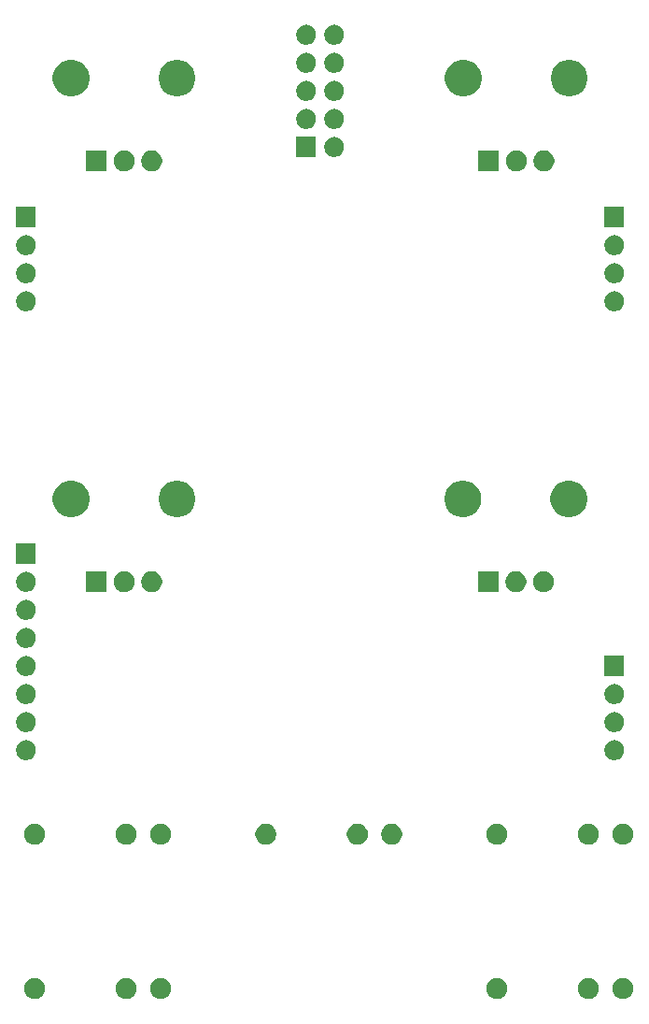
<source format=gbr>
G04 #@! TF.GenerationSoftware,KiCad,Pcbnew,5.1.6-c6e7f7d~87~ubuntu18.04.1*
G04 #@! TF.CreationDate,2020-07-29T19:07:16-04:00*
G04 #@! TF.ProjectId,filter_carrier_board,66696c74-6572-45f6-9361-72726965725f,1*
G04 #@! TF.SameCoordinates,Original*
G04 #@! TF.FileFunction,Soldermask,Top*
G04 #@! TF.FilePolarity,Negative*
%FSLAX46Y46*%
G04 Gerber Fmt 4.6, Leading zero omitted, Abs format (unit mm)*
G04 Created by KiCad (PCBNEW 5.1.6-c6e7f7d~87~ubuntu18.04.1) date 2020-07-29 19:07:16*
%MOMM*%
%LPD*%
G01*
G04 APERTURE LIST*
%ADD10C,0.100000*%
G04 APERTURE END LIST*
D10*
G36*
X114782395Y-140055546D02*
G01*
X114955466Y-140127234D01*
X114955467Y-140127235D01*
X115111227Y-140231310D01*
X115243690Y-140363773D01*
X115243691Y-140363775D01*
X115347766Y-140519534D01*
X115419454Y-140692605D01*
X115456000Y-140876333D01*
X115456000Y-141063667D01*
X115419454Y-141247395D01*
X115347766Y-141420466D01*
X115347765Y-141420467D01*
X115243690Y-141576227D01*
X115111227Y-141708690D01*
X115032818Y-141761081D01*
X114955466Y-141812766D01*
X114782395Y-141884454D01*
X114598667Y-141921000D01*
X114411333Y-141921000D01*
X114227605Y-141884454D01*
X114054534Y-141812766D01*
X113977182Y-141761081D01*
X113898773Y-141708690D01*
X113766310Y-141576227D01*
X113662235Y-141420467D01*
X113662234Y-141420466D01*
X113590546Y-141247395D01*
X113554000Y-141063667D01*
X113554000Y-140876333D01*
X113590546Y-140692605D01*
X113662234Y-140519534D01*
X113766309Y-140363775D01*
X113766310Y-140363773D01*
X113898773Y-140231310D01*
X114054533Y-140127235D01*
X114054534Y-140127234D01*
X114227605Y-140055546D01*
X114411333Y-140019000D01*
X114598667Y-140019000D01*
X114782395Y-140055546D01*
G37*
G36*
X156692395Y-140055546D02*
G01*
X156865466Y-140127234D01*
X156865467Y-140127235D01*
X157021227Y-140231310D01*
X157153690Y-140363773D01*
X157153691Y-140363775D01*
X157257766Y-140519534D01*
X157329454Y-140692605D01*
X157366000Y-140876333D01*
X157366000Y-141063667D01*
X157329454Y-141247395D01*
X157257766Y-141420466D01*
X157257765Y-141420467D01*
X157153690Y-141576227D01*
X157021227Y-141708690D01*
X156942818Y-141761081D01*
X156865466Y-141812766D01*
X156692395Y-141884454D01*
X156508667Y-141921000D01*
X156321333Y-141921000D01*
X156137605Y-141884454D01*
X155964534Y-141812766D01*
X155887182Y-141761081D01*
X155808773Y-141708690D01*
X155676310Y-141576227D01*
X155572235Y-141420467D01*
X155572234Y-141420466D01*
X155500546Y-141247395D01*
X155464000Y-141063667D01*
X155464000Y-140876333D01*
X155500546Y-140692605D01*
X155572234Y-140519534D01*
X155676309Y-140363775D01*
X155676310Y-140363773D01*
X155808773Y-140231310D01*
X155964533Y-140127235D01*
X155964534Y-140127234D01*
X156137605Y-140055546D01*
X156321333Y-140019000D01*
X156508667Y-140019000D01*
X156692395Y-140055546D01*
G37*
G36*
X148392395Y-140055546D02*
G01*
X148565466Y-140127234D01*
X148565467Y-140127235D01*
X148721227Y-140231310D01*
X148853690Y-140363773D01*
X148853691Y-140363775D01*
X148957766Y-140519534D01*
X149029454Y-140692605D01*
X149066000Y-140876333D01*
X149066000Y-141063667D01*
X149029454Y-141247395D01*
X148957766Y-141420466D01*
X148957765Y-141420467D01*
X148853690Y-141576227D01*
X148721227Y-141708690D01*
X148642818Y-141761081D01*
X148565466Y-141812766D01*
X148392395Y-141884454D01*
X148208667Y-141921000D01*
X148021333Y-141921000D01*
X147837605Y-141884454D01*
X147664534Y-141812766D01*
X147587182Y-141761081D01*
X147508773Y-141708690D01*
X147376310Y-141576227D01*
X147272235Y-141420467D01*
X147272234Y-141420466D01*
X147200546Y-141247395D01*
X147164000Y-141063667D01*
X147164000Y-140876333D01*
X147200546Y-140692605D01*
X147272234Y-140519534D01*
X147376309Y-140363775D01*
X147376310Y-140363773D01*
X147508773Y-140231310D01*
X147664533Y-140127235D01*
X147664534Y-140127234D01*
X147837605Y-140055546D01*
X148021333Y-140019000D01*
X148208667Y-140019000D01*
X148392395Y-140055546D01*
G37*
G36*
X159792395Y-140055546D02*
G01*
X159965466Y-140127234D01*
X159965467Y-140127235D01*
X160121227Y-140231310D01*
X160253690Y-140363773D01*
X160253691Y-140363775D01*
X160357766Y-140519534D01*
X160429454Y-140692605D01*
X160466000Y-140876333D01*
X160466000Y-141063667D01*
X160429454Y-141247395D01*
X160357766Y-141420466D01*
X160357765Y-141420467D01*
X160253690Y-141576227D01*
X160121227Y-141708690D01*
X160042818Y-141761081D01*
X159965466Y-141812766D01*
X159792395Y-141884454D01*
X159608667Y-141921000D01*
X159421333Y-141921000D01*
X159237605Y-141884454D01*
X159064534Y-141812766D01*
X158987182Y-141761081D01*
X158908773Y-141708690D01*
X158776310Y-141576227D01*
X158672235Y-141420467D01*
X158672234Y-141420466D01*
X158600546Y-141247395D01*
X158564000Y-141063667D01*
X158564000Y-140876333D01*
X158600546Y-140692605D01*
X158672234Y-140519534D01*
X158776309Y-140363775D01*
X158776310Y-140363773D01*
X158908773Y-140231310D01*
X159064533Y-140127235D01*
X159064534Y-140127234D01*
X159237605Y-140055546D01*
X159421333Y-140019000D01*
X159608667Y-140019000D01*
X159792395Y-140055546D01*
G37*
G36*
X117882395Y-140055546D02*
G01*
X118055466Y-140127234D01*
X118055467Y-140127235D01*
X118211227Y-140231310D01*
X118343690Y-140363773D01*
X118343691Y-140363775D01*
X118447766Y-140519534D01*
X118519454Y-140692605D01*
X118556000Y-140876333D01*
X118556000Y-141063667D01*
X118519454Y-141247395D01*
X118447766Y-141420466D01*
X118447765Y-141420467D01*
X118343690Y-141576227D01*
X118211227Y-141708690D01*
X118132818Y-141761081D01*
X118055466Y-141812766D01*
X117882395Y-141884454D01*
X117698667Y-141921000D01*
X117511333Y-141921000D01*
X117327605Y-141884454D01*
X117154534Y-141812766D01*
X117077182Y-141761081D01*
X116998773Y-141708690D01*
X116866310Y-141576227D01*
X116762235Y-141420467D01*
X116762234Y-141420466D01*
X116690546Y-141247395D01*
X116654000Y-141063667D01*
X116654000Y-140876333D01*
X116690546Y-140692605D01*
X116762234Y-140519534D01*
X116866309Y-140363775D01*
X116866310Y-140363773D01*
X116998773Y-140231310D01*
X117154533Y-140127235D01*
X117154534Y-140127234D01*
X117327605Y-140055546D01*
X117511333Y-140019000D01*
X117698667Y-140019000D01*
X117882395Y-140055546D01*
G37*
G36*
X106482395Y-140055546D02*
G01*
X106655466Y-140127234D01*
X106655467Y-140127235D01*
X106811227Y-140231310D01*
X106943690Y-140363773D01*
X106943691Y-140363775D01*
X107047766Y-140519534D01*
X107119454Y-140692605D01*
X107156000Y-140876333D01*
X107156000Y-141063667D01*
X107119454Y-141247395D01*
X107047766Y-141420466D01*
X107047765Y-141420467D01*
X106943690Y-141576227D01*
X106811227Y-141708690D01*
X106732818Y-141761081D01*
X106655466Y-141812766D01*
X106482395Y-141884454D01*
X106298667Y-141921000D01*
X106111333Y-141921000D01*
X105927605Y-141884454D01*
X105754534Y-141812766D01*
X105677182Y-141761081D01*
X105598773Y-141708690D01*
X105466310Y-141576227D01*
X105362235Y-141420467D01*
X105362234Y-141420466D01*
X105290546Y-141247395D01*
X105254000Y-141063667D01*
X105254000Y-140876333D01*
X105290546Y-140692605D01*
X105362234Y-140519534D01*
X105466309Y-140363775D01*
X105466310Y-140363773D01*
X105598773Y-140231310D01*
X105754533Y-140127235D01*
X105754534Y-140127234D01*
X105927605Y-140055546D01*
X106111333Y-140019000D01*
X106298667Y-140019000D01*
X106482395Y-140055546D01*
G37*
G36*
X148392395Y-126085546D02*
G01*
X148565466Y-126157234D01*
X148565467Y-126157235D01*
X148721227Y-126261310D01*
X148853690Y-126393773D01*
X148853691Y-126393775D01*
X148957766Y-126549534D01*
X149029454Y-126722605D01*
X149066000Y-126906333D01*
X149066000Y-127093667D01*
X149029454Y-127277395D01*
X148957766Y-127450466D01*
X148957765Y-127450467D01*
X148853690Y-127606227D01*
X148721227Y-127738690D01*
X148642818Y-127791081D01*
X148565466Y-127842766D01*
X148392395Y-127914454D01*
X148208667Y-127951000D01*
X148021333Y-127951000D01*
X147837605Y-127914454D01*
X147664534Y-127842766D01*
X147587182Y-127791081D01*
X147508773Y-127738690D01*
X147376310Y-127606227D01*
X147272235Y-127450467D01*
X147272234Y-127450466D01*
X147200546Y-127277395D01*
X147164000Y-127093667D01*
X147164000Y-126906333D01*
X147200546Y-126722605D01*
X147272234Y-126549534D01*
X147376309Y-126393775D01*
X147376310Y-126393773D01*
X147508773Y-126261310D01*
X147664533Y-126157235D01*
X147664534Y-126157234D01*
X147837605Y-126085546D01*
X148021333Y-126049000D01*
X148208667Y-126049000D01*
X148392395Y-126085546D01*
G37*
G36*
X114782395Y-126085546D02*
G01*
X114955466Y-126157234D01*
X114955467Y-126157235D01*
X115111227Y-126261310D01*
X115243690Y-126393773D01*
X115243691Y-126393775D01*
X115347766Y-126549534D01*
X115419454Y-126722605D01*
X115456000Y-126906333D01*
X115456000Y-127093667D01*
X115419454Y-127277395D01*
X115347766Y-127450466D01*
X115347765Y-127450467D01*
X115243690Y-127606227D01*
X115111227Y-127738690D01*
X115032818Y-127791081D01*
X114955466Y-127842766D01*
X114782395Y-127914454D01*
X114598667Y-127951000D01*
X114411333Y-127951000D01*
X114227605Y-127914454D01*
X114054534Y-127842766D01*
X113977182Y-127791081D01*
X113898773Y-127738690D01*
X113766310Y-127606227D01*
X113662235Y-127450467D01*
X113662234Y-127450466D01*
X113590546Y-127277395D01*
X113554000Y-127093667D01*
X113554000Y-126906333D01*
X113590546Y-126722605D01*
X113662234Y-126549534D01*
X113766309Y-126393775D01*
X113766310Y-126393773D01*
X113898773Y-126261310D01*
X114054533Y-126157235D01*
X114054534Y-126157234D01*
X114227605Y-126085546D01*
X114411333Y-126049000D01*
X114598667Y-126049000D01*
X114782395Y-126085546D01*
G37*
G36*
X117882395Y-126085546D02*
G01*
X118055466Y-126157234D01*
X118055467Y-126157235D01*
X118211227Y-126261310D01*
X118343690Y-126393773D01*
X118343691Y-126393775D01*
X118447766Y-126549534D01*
X118519454Y-126722605D01*
X118556000Y-126906333D01*
X118556000Y-127093667D01*
X118519454Y-127277395D01*
X118447766Y-127450466D01*
X118447765Y-127450467D01*
X118343690Y-127606227D01*
X118211227Y-127738690D01*
X118132818Y-127791081D01*
X118055466Y-127842766D01*
X117882395Y-127914454D01*
X117698667Y-127951000D01*
X117511333Y-127951000D01*
X117327605Y-127914454D01*
X117154534Y-127842766D01*
X117077182Y-127791081D01*
X116998773Y-127738690D01*
X116866310Y-127606227D01*
X116762235Y-127450467D01*
X116762234Y-127450466D01*
X116690546Y-127277395D01*
X116654000Y-127093667D01*
X116654000Y-126906333D01*
X116690546Y-126722605D01*
X116762234Y-126549534D01*
X116866309Y-126393775D01*
X116866310Y-126393773D01*
X116998773Y-126261310D01*
X117154533Y-126157235D01*
X117154534Y-126157234D01*
X117327605Y-126085546D01*
X117511333Y-126049000D01*
X117698667Y-126049000D01*
X117882395Y-126085546D01*
G37*
G36*
X106482395Y-126085546D02*
G01*
X106655466Y-126157234D01*
X106655467Y-126157235D01*
X106811227Y-126261310D01*
X106943690Y-126393773D01*
X106943691Y-126393775D01*
X107047766Y-126549534D01*
X107119454Y-126722605D01*
X107156000Y-126906333D01*
X107156000Y-127093667D01*
X107119454Y-127277395D01*
X107047766Y-127450466D01*
X107047765Y-127450467D01*
X106943690Y-127606227D01*
X106811227Y-127738690D01*
X106732818Y-127791081D01*
X106655466Y-127842766D01*
X106482395Y-127914454D01*
X106298667Y-127951000D01*
X106111333Y-127951000D01*
X105927605Y-127914454D01*
X105754534Y-127842766D01*
X105677182Y-127791081D01*
X105598773Y-127738690D01*
X105466310Y-127606227D01*
X105362235Y-127450467D01*
X105362234Y-127450466D01*
X105290546Y-127277395D01*
X105254000Y-127093667D01*
X105254000Y-126906333D01*
X105290546Y-126722605D01*
X105362234Y-126549534D01*
X105466309Y-126393775D01*
X105466310Y-126393773D01*
X105598773Y-126261310D01*
X105754533Y-126157235D01*
X105754534Y-126157234D01*
X105927605Y-126085546D01*
X106111333Y-126049000D01*
X106298667Y-126049000D01*
X106482395Y-126085546D01*
G37*
G36*
X135737395Y-126085546D02*
G01*
X135910466Y-126157234D01*
X135910467Y-126157235D01*
X136066227Y-126261310D01*
X136198690Y-126393773D01*
X136198691Y-126393775D01*
X136302766Y-126549534D01*
X136374454Y-126722605D01*
X136411000Y-126906333D01*
X136411000Y-127093667D01*
X136374454Y-127277395D01*
X136302766Y-127450466D01*
X136302765Y-127450467D01*
X136198690Y-127606227D01*
X136066227Y-127738690D01*
X135987818Y-127791081D01*
X135910466Y-127842766D01*
X135737395Y-127914454D01*
X135553667Y-127951000D01*
X135366333Y-127951000D01*
X135182605Y-127914454D01*
X135009534Y-127842766D01*
X134932182Y-127791081D01*
X134853773Y-127738690D01*
X134721310Y-127606227D01*
X134617235Y-127450467D01*
X134617234Y-127450466D01*
X134545546Y-127277395D01*
X134509000Y-127093667D01*
X134509000Y-126906333D01*
X134545546Y-126722605D01*
X134617234Y-126549534D01*
X134721309Y-126393775D01*
X134721310Y-126393773D01*
X134853773Y-126261310D01*
X135009533Y-126157235D01*
X135009534Y-126157234D01*
X135182605Y-126085546D01*
X135366333Y-126049000D01*
X135553667Y-126049000D01*
X135737395Y-126085546D01*
G37*
G36*
X138837395Y-126085546D02*
G01*
X139010466Y-126157234D01*
X139010467Y-126157235D01*
X139166227Y-126261310D01*
X139298690Y-126393773D01*
X139298691Y-126393775D01*
X139402766Y-126549534D01*
X139474454Y-126722605D01*
X139511000Y-126906333D01*
X139511000Y-127093667D01*
X139474454Y-127277395D01*
X139402766Y-127450466D01*
X139402765Y-127450467D01*
X139298690Y-127606227D01*
X139166227Y-127738690D01*
X139087818Y-127791081D01*
X139010466Y-127842766D01*
X138837395Y-127914454D01*
X138653667Y-127951000D01*
X138466333Y-127951000D01*
X138282605Y-127914454D01*
X138109534Y-127842766D01*
X138032182Y-127791081D01*
X137953773Y-127738690D01*
X137821310Y-127606227D01*
X137717235Y-127450467D01*
X137717234Y-127450466D01*
X137645546Y-127277395D01*
X137609000Y-127093667D01*
X137609000Y-126906333D01*
X137645546Y-126722605D01*
X137717234Y-126549534D01*
X137821309Y-126393775D01*
X137821310Y-126393773D01*
X137953773Y-126261310D01*
X138109533Y-126157235D01*
X138109534Y-126157234D01*
X138282605Y-126085546D01*
X138466333Y-126049000D01*
X138653667Y-126049000D01*
X138837395Y-126085546D01*
G37*
G36*
X127437395Y-126085546D02*
G01*
X127610466Y-126157234D01*
X127610467Y-126157235D01*
X127766227Y-126261310D01*
X127898690Y-126393773D01*
X127898691Y-126393775D01*
X128002766Y-126549534D01*
X128074454Y-126722605D01*
X128111000Y-126906333D01*
X128111000Y-127093667D01*
X128074454Y-127277395D01*
X128002766Y-127450466D01*
X128002765Y-127450467D01*
X127898690Y-127606227D01*
X127766227Y-127738690D01*
X127687818Y-127791081D01*
X127610466Y-127842766D01*
X127437395Y-127914454D01*
X127253667Y-127951000D01*
X127066333Y-127951000D01*
X126882605Y-127914454D01*
X126709534Y-127842766D01*
X126632182Y-127791081D01*
X126553773Y-127738690D01*
X126421310Y-127606227D01*
X126317235Y-127450467D01*
X126317234Y-127450466D01*
X126245546Y-127277395D01*
X126209000Y-127093667D01*
X126209000Y-126906333D01*
X126245546Y-126722605D01*
X126317234Y-126549534D01*
X126421309Y-126393775D01*
X126421310Y-126393773D01*
X126553773Y-126261310D01*
X126709533Y-126157235D01*
X126709534Y-126157234D01*
X126882605Y-126085546D01*
X127066333Y-126049000D01*
X127253667Y-126049000D01*
X127437395Y-126085546D01*
G37*
G36*
X156692395Y-126085546D02*
G01*
X156865466Y-126157234D01*
X156865467Y-126157235D01*
X157021227Y-126261310D01*
X157153690Y-126393773D01*
X157153691Y-126393775D01*
X157257766Y-126549534D01*
X157329454Y-126722605D01*
X157366000Y-126906333D01*
X157366000Y-127093667D01*
X157329454Y-127277395D01*
X157257766Y-127450466D01*
X157257765Y-127450467D01*
X157153690Y-127606227D01*
X157021227Y-127738690D01*
X156942818Y-127791081D01*
X156865466Y-127842766D01*
X156692395Y-127914454D01*
X156508667Y-127951000D01*
X156321333Y-127951000D01*
X156137605Y-127914454D01*
X155964534Y-127842766D01*
X155887182Y-127791081D01*
X155808773Y-127738690D01*
X155676310Y-127606227D01*
X155572235Y-127450467D01*
X155572234Y-127450466D01*
X155500546Y-127277395D01*
X155464000Y-127093667D01*
X155464000Y-126906333D01*
X155500546Y-126722605D01*
X155572234Y-126549534D01*
X155676309Y-126393775D01*
X155676310Y-126393773D01*
X155808773Y-126261310D01*
X155964533Y-126157235D01*
X155964534Y-126157234D01*
X156137605Y-126085546D01*
X156321333Y-126049000D01*
X156508667Y-126049000D01*
X156692395Y-126085546D01*
G37*
G36*
X159792395Y-126085546D02*
G01*
X159965466Y-126157234D01*
X159965467Y-126157235D01*
X160121227Y-126261310D01*
X160253690Y-126393773D01*
X160253691Y-126393775D01*
X160357766Y-126549534D01*
X160429454Y-126722605D01*
X160466000Y-126906333D01*
X160466000Y-127093667D01*
X160429454Y-127277395D01*
X160357766Y-127450466D01*
X160357765Y-127450467D01*
X160253690Y-127606227D01*
X160121227Y-127738690D01*
X160042818Y-127791081D01*
X159965466Y-127842766D01*
X159792395Y-127914454D01*
X159608667Y-127951000D01*
X159421333Y-127951000D01*
X159237605Y-127914454D01*
X159064534Y-127842766D01*
X158987182Y-127791081D01*
X158908773Y-127738690D01*
X158776310Y-127606227D01*
X158672235Y-127450467D01*
X158672234Y-127450466D01*
X158600546Y-127277395D01*
X158564000Y-127093667D01*
X158564000Y-126906333D01*
X158600546Y-126722605D01*
X158672234Y-126549534D01*
X158776309Y-126393775D01*
X158776310Y-126393773D01*
X158908773Y-126261310D01*
X159064533Y-126157235D01*
X159064534Y-126157234D01*
X159237605Y-126085546D01*
X159421333Y-126049000D01*
X159608667Y-126049000D01*
X159792395Y-126085546D01*
G37*
G36*
X105523512Y-118483927D02*
G01*
X105672812Y-118513624D01*
X105836784Y-118581544D01*
X105984354Y-118680147D01*
X106109853Y-118805646D01*
X106208456Y-118953216D01*
X106276376Y-119117188D01*
X106311000Y-119291259D01*
X106311000Y-119468741D01*
X106276376Y-119642812D01*
X106208456Y-119806784D01*
X106109853Y-119954354D01*
X105984354Y-120079853D01*
X105836784Y-120178456D01*
X105672812Y-120246376D01*
X105523512Y-120276073D01*
X105498742Y-120281000D01*
X105321258Y-120281000D01*
X105296488Y-120276073D01*
X105147188Y-120246376D01*
X104983216Y-120178456D01*
X104835646Y-120079853D01*
X104710147Y-119954354D01*
X104611544Y-119806784D01*
X104543624Y-119642812D01*
X104509000Y-119468741D01*
X104509000Y-119291259D01*
X104543624Y-119117188D01*
X104611544Y-118953216D01*
X104710147Y-118805646D01*
X104835646Y-118680147D01*
X104983216Y-118581544D01*
X105147188Y-118513624D01*
X105296488Y-118483927D01*
X105321258Y-118479000D01*
X105498742Y-118479000D01*
X105523512Y-118483927D01*
G37*
G36*
X158863512Y-118483927D02*
G01*
X159012812Y-118513624D01*
X159176784Y-118581544D01*
X159324354Y-118680147D01*
X159449853Y-118805646D01*
X159548456Y-118953216D01*
X159616376Y-119117188D01*
X159651000Y-119291259D01*
X159651000Y-119468741D01*
X159616376Y-119642812D01*
X159548456Y-119806784D01*
X159449853Y-119954354D01*
X159324354Y-120079853D01*
X159176784Y-120178456D01*
X159012812Y-120246376D01*
X158863512Y-120276073D01*
X158838742Y-120281000D01*
X158661258Y-120281000D01*
X158636488Y-120276073D01*
X158487188Y-120246376D01*
X158323216Y-120178456D01*
X158175646Y-120079853D01*
X158050147Y-119954354D01*
X157951544Y-119806784D01*
X157883624Y-119642812D01*
X157849000Y-119468741D01*
X157849000Y-119291259D01*
X157883624Y-119117188D01*
X157951544Y-118953216D01*
X158050147Y-118805646D01*
X158175646Y-118680147D01*
X158323216Y-118581544D01*
X158487188Y-118513624D01*
X158636488Y-118483927D01*
X158661258Y-118479000D01*
X158838742Y-118479000D01*
X158863512Y-118483927D01*
G37*
G36*
X158863512Y-115943927D02*
G01*
X159012812Y-115973624D01*
X159176784Y-116041544D01*
X159324354Y-116140147D01*
X159449853Y-116265646D01*
X159548456Y-116413216D01*
X159616376Y-116577188D01*
X159651000Y-116751259D01*
X159651000Y-116928741D01*
X159616376Y-117102812D01*
X159548456Y-117266784D01*
X159449853Y-117414354D01*
X159324354Y-117539853D01*
X159176784Y-117638456D01*
X159012812Y-117706376D01*
X158863512Y-117736073D01*
X158838742Y-117741000D01*
X158661258Y-117741000D01*
X158636488Y-117736073D01*
X158487188Y-117706376D01*
X158323216Y-117638456D01*
X158175646Y-117539853D01*
X158050147Y-117414354D01*
X157951544Y-117266784D01*
X157883624Y-117102812D01*
X157849000Y-116928741D01*
X157849000Y-116751259D01*
X157883624Y-116577188D01*
X157951544Y-116413216D01*
X158050147Y-116265646D01*
X158175646Y-116140147D01*
X158323216Y-116041544D01*
X158487188Y-115973624D01*
X158636488Y-115943927D01*
X158661258Y-115939000D01*
X158838742Y-115939000D01*
X158863512Y-115943927D01*
G37*
G36*
X105523512Y-115943927D02*
G01*
X105672812Y-115973624D01*
X105836784Y-116041544D01*
X105984354Y-116140147D01*
X106109853Y-116265646D01*
X106208456Y-116413216D01*
X106276376Y-116577188D01*
X106311000Y-116751259D01*
X106311000Y-116928741D01*
X106276376Y-117102812D01*
X106208456Y-117266784D01*
X106109853Y-117414354D01*
X105984354Y-117539853D01*
X105836784Y-117638456D01*
X105672812Y-117706376D01*
X105523512Y-117736073D01*
X105498742Y-117741000D01*
X105321258Y-117741000D01*
X105296488Y-117736073D01*
X105147188Y-117706376D01*
X104983216Y-117638456D01*
X104835646Y-117539853D01*
X104710147Y-117414354D01*
X104611544Y-117266784D01*
X104543624Y-117102812D01*
X104509000Y-116928741D01*
X104509000Y-116751259D01*
X104543624Y-116577188D01*
X104611544Y-116413216D01*
X104710147Y-116265646D01*
X104835646Y-116140147D01*
X104983216Y-116041544D01*
X105147188Y-115973624D01*
X105296488Y-115943927D01*
X105321258Y-115939000D01*
X105498742Y-115939000D01*
X105523512Y-115943927D01*
G37*
G36*
X105523512Y-113403927D02*
G01*
X105672812Y-113433624D01*
X105836784Y-113501544D01*
X105984354Y-113600147D01*
X106109853Y-113725646D01*
X106208456Y-113873216D01*
X106276376Y-114037188D01*
X106311000Y-114211259D01*
X106311000Y-114388741D01*
X106276376Y-114562812D01*
X106208456Y-114726784D01*
X106109853Y-114874354D01*
X105984354Y-114999853D01*
X105836784Y-115098456D01*
X105672812Y-115166376D01*
X105523512Y-115196073D01*
X105498742Y-115201000D01*
X105321258Y-115201000D01*
X105296488Y-115196073D01*
X105147188Y-115166376D01*
X104983216Y-115098456D01*
X104835646Y-114999853D01*
X104710147Y-114874354D01*
X104611544Y-114726784D01*
X104543624Y-114562812D01*
X104509000Y-114388741D01*
X104509000Y-114211259D01*
X104543624Y-114037188D01*
X104611544Y-113873216D01*
X104710147Y-113725646D01*
X104835646Y-113600147D01*
X104983216Y-113501544D01*
X105147188Y-113433624D01*
X105296488Y-113403927D01*
X105321258Y-113399000D01*
X105498742Y-113399000D01*
X105523512Y-113403927D01*
G37*
G36*
X158863512Y-113403927D02*
G01*
X159012812Y-113433624D01*
X159176784Y-113501544D01*
X159324354Y-113600147D01*
X159449853Y-113725646D01*
X159548456Y-113873216D01*
X159616376Y-114037188D01*
X159651000Y-114211259D01*
X159651000Y-114388741D01*
X159616376Y-114562812D01*
X159548456Y-114726784D01*
X159449853Y-114874354D01*
X159324354Y-114999853D01*
X159176784Y-115098456D01*
X159012812Y-115166376D01*
X158863512Y-115196073D01*
X158838742Y-115201000D01*
X158661258Y-115201000D01*
X158636488Y-115196073D01*
X158487188Y-115166376D01*
X158323216Y-115098456D01*
X158175646Y-114999853D01*
X158050147Y-114874354D01*
X157951544Y-114726784D01*
X157883624Y-114562812D01*
X157849000Y-114388741D01*
X157849000Y-114211259D01*
X157883624Y-114037188D01*
X157951544Y-113873216D01*
X158050147Y-113725646D01*
X158175646Y-113600147D01*
X158323216Y-113501544D01*
X158487188Y-113433624D01*
X158636488Y-113403927D01*
X158661258Y-113399000D01*
X158838742Y-113399000D01*
X158863512Y-113403927D01*
G37*
G36*
X105523512Y-110863927D02*
G01*
X105672812Y-110893624D01*
X105836784Y-110961544D01*
X105984354Y-111060147D01*
X106109853Y-111185646D01*
X106208456Y-111333216D01*
X106276376Y-111497188D01*
X106311000Y-111671259D01*
X106311000Y-111848741D01*
X106276376Y-112022812D01*
X106208456Y-112186784D01*
X106109853Y-112334354D01*
X105984354Y-112459853D01*
X105836784Y-112558456D01*
X105672812Y-112626376D01*
X105523512Y-112656073D01*
X105498742Y-112661000D01*
X105321258Y-112661000D01*
X105296488Y-112656073D01*
X105147188Y-112626376D01*
X104983216Y-112558456D01*
X104835646Y-112459853D01*
X104710147Y-112334354D01*
X104611544Y-112186784D01*
X104543624Y-112022812D01*
X104509000Y-111848741D01*
X104509000Y-111671259D01*
X104543624Y-111497188D01*
X104611544Y-111333216D01*
X104710147Y-111185646D01*
X104835646Y-111060147D01*
X104983216Y-110961544D01*
X105147188Y-110893624D01*
X105296488Y-110863927D01*
X105321258Y-110859000D01*
X105498742Y-110859000D01*
X105523512Y-110863927D01*
G37*
G36*
X159651000Y-112661000D02*
G01*
X157849000Y-112661000D01*
X157849000Y-110859000D01*
X159651000Y-110859000D01*
X159651000Y-112661000D01*
G37*
G36*
X105523512Y-108323927D02*
G01*
X105672812Y-108353624D01*
X105836784Y-108421544D01*
X105984354Y-108520147D01*
X106109853Y-108645646D01*
X106208456Y-108793216D01*
X106276376Y-108957188D01*
X106311000Y-109131259D01*
X106311000Y-109308741D01*
X106276376Y-109482812D01*
X106208456Y-109646784D01*
X106109853Y-109794354D01*
X105984354Y-109919853D01*
X105836784Y-110018456D01*
X105672812Y-110086376D01*
X105523512Y-110116073D01*
X105498742Y-110121000D01*
X105321258Y-110121000D01*
X105296488Y-110116073D01*
X105147188Y-110086376D01*
X104983216Y-110018456D01*
X104835646Y-109919853D01*
X104710147Y-109794354D01*
X104611544Y-109646784D01*
X104543624Y-109482812D01*
X104509000Y-109308741D01*
X104509000Y-109131259D01*
X104543624Y-108957188D01*
X104611544Y-108793216D01*
X104710147Y-108645646D01*
X104835646Y-108520147D01*
X104983216Y-108421544D01*
X105147188Y-108353624D01*
X105296488Y-108323927D01*
X105321258Y-108319000D01*
X105498742Y-108319000D01*
X105523512Y-108323927D01*
G37*
G36*
X105523512Y-105783927D02*
G01*
X105672812Y-105813624D01*
X105836784Y-105881544D01*
X105984354Y-105980147D01*
X106109853Y-106105646D01*
X106208456Y-106253216D01*
X106276376Y-106417188D01*
X106311000Y-106591259D01*
X106311000Y-106768741D01*
X106276376Y-106942812D01*
X106208456Y-107106784D01*
X106109853Y-107254354D01*
X105984354Y-107379853D01*
X105836784Y-107478456D01*
X105672812Y-107546376D01*
X105523512Y-107576073D01*
X105498742Y-107581000D01*
X105321258Y-107581000D01*
X105296488Y-107576073D01*
X105147188Y-107546376D01*
X104983216Y-107478456D01*
X104835646Y-107379853D01*
X104710147Y-107254354D01*
X104611544Y-107106784D01*
X104543624Y-106942812D01*
X104509000Y-106768741D01*
X104509000Y-106591259D01*
X104543624Y-106417188D01*
X104611544Y-106253216D01*
X104710147Y-106105646D01*
X104835646Y-105980147D01*
X104983216Y-105881544D01*
X105147188Y-105813624D01*
X105296488Y-105783927D01*
X105321258Y-105779000D01*
X105498742Y-105779000D01*
X105523512Y-105783927D01*
G37*
G36*
X117077395Y-103225546D02*
G01*
X117250466Y-103297234D01*
X117250467Y-103297235D01*
X117406227Y-103401310D01*
X117538690Y-103533773D01*
X117538691Y-103533775D01*
X117642766Y-103689534D01*
X117714454Y-103862605D01*
X117751000Y-104046333D01*
X117751000Y-104233667D01*
X117714454Y-104417395D01*
X117642766Y-104590466D01*
X117642765Y-104590467D01*
X117538690Y-104746227D01*
X117406227Y-104878690D01*
X117327818Y-104931081D01*
X117250466Y-104982766D01*
X117077395Y-105054454D01*
X116893667Y-105091000D01*
X116706333Y-105091000D01*
X116522605Y-105054454D01*
X116349534Y-104982766D01*
X116272182Y-104931081D01*
X116193773Y-104878690D01*
X116061310Y-104746227D01*
X115957235Y-104590467D01*
X115957234Y-104590466D01*
X115885546Y-104417395D01*
X115849000Y-104233667D01*
X115849000Y-104046333D01*
X115885546Y-103862605D01*
X115957234Y-103689534D01*
X116061309Y-103533775D01*
X116061310Y-103533773D01*
X116193773Y-103401310D01*
X116349533Y-103297235D01*
X116349534Y-103297234D01*
X116522605Y-103225546D01*
X116706333Y-103189000D01*
X116893667Y-103189000D01*
X117077395Y-103225546D01*
G37*
G36*
X148271000Y-105091000D02*
G01*
X146369000Y-105091000D01*
X146369000Y-103189000D01*
X148271000Y-103189000D01*
X148271000Y-105091000D01*
G37*
G36*
X150097395Y-103225546D02*
G01*
X150270466Y-103297234D01*
X150270467Y-103297235D01*
X150426227Y-103401310D01*
X150558690Y-103533773D01*
X150558691Y-103533775D01*
X150662766Y-103689534D01*
X150734454Y-103862605D01*
X150771000Y-104046333D01*
X150771000Y-104233667D01*
X150734454Y-104417395D01*
X150662766Y-104590466D01*
X150662765Y-104590467D01*
X150558690Y-104746227D01*
X150426227Y-104878690D01*
X150347818Y-104931081D01*
X150270466Y-104982766D01*
X150097395Y-105054454D01*
X149913667Y-105091000D01*
X149726333Y-105091000D01*
X149542605Y-105054454D01*
X149369534Y-104982766D01*
X149292182Y-104931081D01*
X149213773Y-104878690D01*
X149081310Y-104746227D01*
X148977235Y-104590467D01*
X148977234Y-104590466D01*
X148905546Y-104417395D01*
X148869000Y-104233667D01*
X148869000Y-104046333D01*
X148905546Y-103862605D01*
X148977234Y-103689534D01*
X149081309Y-103533775D01*
X149081310Y-103533773D01*
X149213773Y-103401310D01*
X149369533Y-103297235D01*
X149369534Y-103297234D01*
X149542605Y-103225546D01*
X149726333Y-103189000D01*
X149913667Y-103189000D01*
X150097395Y-103225546D01*
G37*
G36*
X152597395Y-103225546D02*
G01*
X152770466Y-103297234D01*
X152770467Y-103297235D01*
X152926227Y-103401310D01*
X153058690Y-103533773D01*
X153058691Y-103533775D01*
X153162766Y-103689534D01*
X153234454Y-103862605D01*
X153271000Y-104046333D01*
X153271000Y-104233667D01*
X153234454Y-104417395D01*
X153162766Y-104590466D01*
X153162765Y-104590467D01*
X153058690Y-104746227D01*
X152926227Y-104878690D01*
X152847818Y-104931081D01*
X152770466Y-104982766D01*
X152597395Y-105054454D01*
X152413667Y-105091000D01*
X152226333Y-105091000D01*
X152042605Y-105054454D01*
X151869534Y-104982766D01*
X151792182Y-104931081D01*
X151713773Y-104878690D01*
X151581310Y-104746227D01*
X151477235Y-104590467D01*
X151477234Y-104590466D01*
X151405546Y-104417395D01*
X151369000Y-104233667D01*
X151369000Y-104046333D01*
X151405546Y-103862605D01*
X151477234Y-103689534D01*
X151581309Y-103533775D01*
X151581310Y-103533773D01*
X151713773Y-103401310D01*
X151869533Y-103297235D01*
X151869534Y-103297234D01*
X152042605Y-103225546D01*
X152226333Y-103189000D01*
X152413667Y-103189000D01*
X152597395Y-103225546D01*
G37*
G36*
X114577395Y-103225546D02*
G01*
X114750466Y-103297234D01*
X114750467Y-103297235D01*
X114906227Y-103401310D01*
X115038690Y-103533773D01*
X115038691Y-103533775D01*
X115142766Y-103689534D01*
X115214454Y-103862605D01*
X115251000Y-104046333D01*
X115251000Y-104233667D01*
X115214454Y-104417395D01*
X115142766Y-104590466D01*
X115142765Y-104590467D01*
X115038690Y-104746227D01*
X114906227Y-104878690D01*
X114827818Y-104931081D01*
X114750466Y-104982766D01*
X114577395Y-105054454D01*
X114393667Y-105091000D01*
X114206333Y-105091000D01*
X114022605Y-105054454D01*
X113849534Y-104982766D01*
X113772182Y-104931081D01*
X113693773Y-104878690D01*
X113561310Y-104746227D01*
X113457235Y-104590467D01*
X113457234Y-104590466D01*
X113385546Y-104417395D01*
X113349000Y-104233667D01*
X113349000Y-104046333D01*
X113385546Y-103862605D01*
X113457234Y-103689534D01*
X113561309Y-103533775D01*
X113561310Y-103533773D01*
X113693773Y-103401310D01*
X113849533Y-103297235D01*
X113849534Y-103297234D01*
X114022605Y-103225546D01*
X114206333Y-103189000D01*
X114393667Y-103189000D01*
X114577395Y-103225546D01*
G37*
G36*
X112751000Y-105091000D02*
G01*
X110849000Y-105091000D01*
X110849000Y-103189000D01*
X112751000Y-103189000D01*
X112751000Y-105091000D01*
G37*
G36*
X105523512Y-103243927D02*
G01*
X105672812Y-103273624D01*
X105836784Y-103341544D01*
X105984354Y-103440147D01*
X106109853Y-103565646D01*
X106208456Y-103713216D01*
X106276376Y-103877188D01*
X106311000Y-104051259D01*
X106311000Y-104228741D01*
X106276376Y-104402812D01*
X106208456Y-104566784D01*
X106109853Y-104714354D01*
X105984354Y-104839853D01*
X105836784Y-104938456D01*
X105672812Y-105006376D01*
X105523512Y-105036073D01*
X105498742Y-105041000D01*
X105321258Y-105041000D01*
X105296488Y-105036073D01*
X105147188Y-105006376D01*
X104983216Y-104938456D01*
X104835646Y-104839853D01*
X104710147Y-104714354D01*
X104611544Y-104566784D01*
X104543624Y-104402812D01*
X104509000Y-104228741D01*
X104509000Y-104051259D01*
X104543624Y-103877188D01*
X104611544Y-103713216D01*
X104710147Y-103565646D01*
X104835646Y-103440147D01*
X104983216Y-103341544D01*
X105147188Y-103273624D01*
X105296488Y-103243927D01*
X105321258Y-103239000D01*
X105498742Y-103239000D01*
X105523512Y-103243927D01*
G37*
G36*
X106311000Y-102501000D02*
G01*
X104509000Y-102501000D01*
X104509000Y-100699000D01*
X106311000Y-100699000D01*
X106311000Y-102501000D01*
G37*
G36*
X109987412Y-95033215D02*
G01*
X110291514Y-95159178D01*
X110565199Y-95342049D01*
X110797951Y-95574801D01*
X110980822Y-95848486D01*
X111106785Y-96152588D01*
X111171000Y-96475420D01*
X111171000Y-96804580D01*
X111106785Y-97127412D01*
X110980822Y-97431514D01*
X110797951Y-97705199D01*
X110565199Y-97937951D01*
X110291514Y-98120822D01*
X109987412Y-98246785D01*
X109664580Y-98311000D01*
X109335420Y-98311000D01*
X109012588Y-98246785D01*
X108708486Y-98120822D01*
X108434801Y-97937951D01*
X108202049Y-97705199D01*
X108019178Y-97431514D01*
X107893215Y-97127412D01*
X107829000Y-96804580D01*
X107829000Y-96475420D01*
X107893215Y-96152588D01*
X108019178Y-95848486D01*
X108202049Y-95574801D01*
X108434801Y-95342049D01*
X108708486Y-95159178D01*
X109012588Y-95033215D01*
X109335420Y-94969000D01*
X109664580Y-94969000D01*
X109987412Y-95033215D01*
G37*
G36*
X145507412Y-95033215D02*
G01*
X145811514Y-95159178D01*
X146085199Y-95342049D01*
X146317951Y-95574801D01*
X146500822Y-95848486D01*
X146626785Y-96152588D01*
X146691000Y-96475420D01*
X146691000Y-96804580D01*
X146626785Y-97127412D01*
X146500822Y-97431514D01*
X146317951Y-97705199D01*
X146085199Y-97937951D01*
X145811514Y-98120822D01*
X145507412Y-98246785D01*
X145184580Y-98311000D01*
X144855420Y-98311000D01*
X144532588Y-98246785D01*
X144228486Y-98120822D01*
X143954801Y-97937951D01*
X143722049Y-97705199D01*
X143539178Y-97431514D01*
X143413215Y-97127412D01*
X143349000Y-96804580D01*
X143349000Y-96475420D01*
X143413215Y-96152588D01*
X143539178Y-95848486D01*
X143722049Y-95574801D01*
X143954801Y-95342049D01*
X144228486Y-95159178D01*
X144532588Y-95033215D01*
X144855420Y-94969000D01*
X145184580Y-94969000D01*
X145507412Y-95033215D01*
G37*
G36*
X155107412Y-95033215D02*
G01*
X155411514Y-95159178D01*
X155685199Y-95342049D01*
X155917951Y-95574801D01*
X156100822Y-95848486D01*
X156226785Y-96152588D01*
X156291000Y-96475420D01*
X156291000Y-96804580D01*
X156226785Y-97127412D01*
X156100822Y-97431514D01*
X155917951Y-97705199D01*
X155685199Y-97937951D01*
X155411514Y-98120822D01*
X155107412Y-98246785D01*
X154784580Y-98311000D01*
X154455420Y-98311000D01*
X154132588Y-98246785D01*
X153828486Y-98120822D01*
X153554801Y-97937951D01*
X153322049Y-97705199D01*
X153139178Y-97431514D01*
X153013215Y-97127412D01*
X152949000Y-96804580D01*
X152949000Y-96475420D01*
X153013215Y-96152588D01*
X153139178Y-95848486D01*
X153322049Y-95574801D01*
X153554801Y-95342049D01*
X153828486Y-95159178D01*
X154132588Y-95033215D01*
X154455420Y-94969000D01*
X154784580Y-94969000D01*
X155107412Y-95033215D01*
G37*
G36*
X119587412Y-95033215D02*
G01*
X119891514Y-95159178D01*
X120165199Y-95342049D01*
X120397951Y-95574801D01*
X120580822Y-95848486D01*
X120706785Y-96152588D01*
X120771000Y-96475420D01*
X120771000Y-96804580D01*
X120706785Y-97127412D01*
X120580822Y-97431514D01*
X120397951Y-97705199D01*
X120165199Y-97937951D01*
X119891514Y-98120822D01*
X119587412Y-98246785D01*
X119264580Y-98311000D01*
X118935420Y-98311000D01*
X118612588Y-98246785D01*
X118308486Y-98120822D01*
X118034801Y-97937951D01*
X117802049Y-97705199D01*
X117619178Y-97431514D01*
X117493215Y-97127412D01*
X117429000Y-96804580D01*
X117429000Y-96475420D01*
X117493215Y-96152588D01*
X117619178Y-95848486D01*
X117802049Y-95574801D01*
X118034801Y-95342049D01*
X118308486Y-95159178D01*
X118612588Y-95033215D01*
X118935420Y-94969000D01*
X119264580Y-94969000D01*
X119587412Y-95033215D01*
G37*
G36*
X158863512Y-77843927D02*
G01*
X159012812Y-77873624D01*
X159176784Y-77941544D01*
X159324354Y-78040147D01*
X159449853Y-78165646D01*
X159548456Y-78313216D01*
X159616376Y-78477188D01*
X159651000Y-78651259D01*
X159651000Y-78828741D01*
X159616376Y-79002812D01*
X159548456Y-79166784D01*
X159449853Y-79314354D01*
X159324354Y-79439853D01*
X159176784Y-79538456D01*
X159012812Y-79606376D01*
X158863512Y-79636073D01*
X158838742Y-79641000D01*
X158661258Y-79641000D01*
X158636488Y-79636073D01*
X158487188Y-79606376D01*
X158323216Y-79538456D01*
X158175646Y-79439853D01*
X158050147Y-79314354D01*
X157951544Y-79166784D01*
X157883624Y-79002812D01*
X157849000Y-78828741D01*
X157849000Y-78651259D01*
X157883624Y-78477188D01*
X157951544Y-78313216D01*
X158050147Y-78165646D01*
X158175646Y-78040147D01*
X158323216Y-77941544D01*
X158487188Y-77873624D01*
X158636488Y-77843927D01*
X158661258Y-77839000D01*
X158838742Y-77839000D01*
X158863512Y-77843927D01*
G37*
G36*
X105523512Y-77843927D02*
G01*
X105672812Y-77873624D01*
X105836784Y-77941544D01*
X105984354Y-78040147D01*
X106109853Y-78165646D01*
X106208456Y-78313216D01*
X106276376Y-78477188D01*
X106311000Y-78651259D01*
X106311000Y-78828741D01*
X106276376Y-79002812D01*
X106208456Y-79166784D01*
X106109853Y-79314354D01*
X105984354Y-79439853D01*
X105836784Y-79538456D01*
X105672812Y-79606376D01*
X105523512Y-79636073D01*
X105498742Y-79641000D01*
X105321258Y-79641000D01*
X105296488Y-79636073D01*
X105147188Y-79606376D01*
X104983216Y-79538456D01*
X104835646Y-79439853D01*
X104710147Y-79314354D01*
X104611544Y-79166784D01*
X104543624Y-79002812D01*
X104509000Y-78828741D01*
X104509000Y-78651259D01*
X104543624Y-78477188D01*
X104611544Y-78313216D01*
X104710147Y-78165646D01*
X104835646Y-78040147D01*
X104983216Y-77941544D01*
X105147188Y-77873624D01*
X105296488Y-77843927D01*
X105321258Y-77839000D01*
X105498742Y-77839000D01*
X105523512Y-77843927D01*
G37*
G36*
X158863512Y-75303927D02*
G01*
X159012812Y-75333624D01*
X159176784Y-75401544D01*
X159324354Y-75500147D01*
X159449853Y-75625646D01*
X159548456Y-75773216D01*
X159616376Y-75937188D01*
X159651000Y-76111259D01*
X159651000Y-76288741D01*
X159616376Y-76462812D01*
X159548456Y-76626784D01*
X159449853Y-76774354D01*
X159324354Y-76899853D01*
X159176784Y-76998456D01*
X159012812Y-77066376D01*
X158863512Y-77096073D01*
X158838742Y-77101000D01*
X158661258Y-77101000D01*
X158636488Y-77096073D01*
X158487188Y-77066376D01*
X158323216Y-76998456D01*
X158175646Y-76899853D01*
X158050147Y-76774354D01*
X157951544Y-76626784D01*
X157883624Y-76462812D01*
X157849000Y-76288741D01*
X157849000Y-76111259D01*
X157883624Y-75937188D01*
X157951544Y-75773216D01*
X158050147Y-75625646D01*
X158175646Y-75500147D01*
X158323216Y-75401544D01*
X158487188Y-75333624D01*
X158636488Y-75303927D01*
X158661258Y-75299000D01*
X158838742Y-75299000D01*
X158863512Y-75303927D01*
G37*
G36*
X105523512Y-75303927D02*
G01*
X105672812Y-75333624D01*
X105836784Y-75401544D01*
X105984354Y-75500147D01*
X106109853Y-75625646D01*
X106208456Y-75773216D01*
X106276376Y-75937188D01*
X106311000Y-76111259D01*
X106311000Y-76288741D01*
X106276376Y-76462812D01*
X106208456Y-76626784D01*
X106109853Y-76774354D01*
X105984354Y-76899853D01*
X105836784Y-76998456D01*
X105672812Y-77066376D01*
X105523512Y-77096073D01*
X105498742Y-77101000D01*
X105321258Y-77101000D01*
X105296488Y-77096073D01*
X105147188Y-77066376D01*
X104983216Y-76998456D01*
X104835646Y-76899853D01*
X104710147Y-76774354D01*
X104611544Y-76626784D01*
X104543624Y-76462812D01*
X104509000Y-76288741D01*
X104509000Y-76111259D01*
X104543624Y-75937188D01*
X104611544Y-75773216D01*
X104710147Y-75625646D01*
X104835646Y-75500147D01*
X104983216Y-75401544D01*
X105147188Y-75333624D01*
X105296488Y-75303927D01*
X105321258Y-75299000D01*
X105498742Y-75299000D01*
X105523512Y-75303927D01*
G37*
G36*
X158863512Y-72763927D02*
G01*
X159012812Y-72793624D01*
X159176784Y-72861544D01*
X159324354Y-72960147D01*
X159449853Y-73085646D01*
X159548456Y-73233216D01*
X159616376Y-73397188D01*
X159651000Y-73571259D01*
X159651000Y-73748741D01*
X159616376Y-73922812D01*
X159548456Y-74086784D01*
X159449853Y-74234354D01*
X159324354Y-74359853D01*
X159176784Y-74458456D01*
X159012812Y-74526376D01*
X158863512Y-74556073D01*
X158838742Y-74561000D01*
X158661258Y-74561000D01*
X158636488Y-74556073D01*
X158487188Y-74526376D01*
X158323216Y-74458456D01*
X158175646Y-74359853D01*
X158050147Y-74234354D01*
X157951544Y-74086784D01*
X157883624Y-73922812D01*
X157849000Y-73748741D01*
X157849000Y-73571259D01*
X157883624Y-73397188D01*
X157951544Y-73233216D01*
X158050147Y-73085646D01*
X158175646Y-72960147D01*
X158323216Y-72861544D01*
X158487188Y-72793624D01*
X158636488Y-72763927D01*
X158661258Y-72759000D01*
X158838742Y-72759000D01*
X158863512Y-72763927D01*
G37*
G36*
X105523512Y-72763927D02*
G01*
X105672812Y-72793624D01*
X105836784Y-72861544D01*
X105984354Y-72960147D01*
X106109853Y-73085646D01*
X106208456Y-73233216D01*
X106276376Y-73397188D01*
X106311000Y-73571259D01*
X106311000Y-73748741D01*
X106276376Y-73922812D01*
X106208456Y-74086784D01*
X106109853Y-74234354D01*
X105984354Y-74359853D01*
X105836784Y-74458456D01*
X105672812Y-74526376D01*
X105523512Y-74556073D01*
X105498742Y-74561000D01*
X105321258Y-74561000D01*
X105296488Y-74556073D01*
X105147188Y-74526376D01*
X104983216Y-74458456D01*
X104835646Y-74359853D01*
X104710147Y-74234354D01*
X104611544Y-74086784D01*
X104543624Y-73922812D01*
X104509000Y-73748741D01*
X104509000Y-73571259D01*
X104543624Y-73397188D01*
X104611544Y-73233216D01*
X104710147Y-73085646D01*
X104835646Y-72960147D01*
X104983216Y-72861544D01*
X105147188Y-72793624D01*
X105296488Y-72763927D01*
X105321258Y-72759000D01*
X105498742Y-72759000D01*
X105523512Y-72763927D01*
G37*
G36*
X159651000Y-72021000D02*
G01*
X157849000Y-72021000D01*
X157849000Y-70219000D01*
X159651000Y-70219000D01*
X159651000Y-72021000D01*
G37*
G36*
X106311000Y-72021000D02*
G01*
X104509000Y-72021000D01*
X104509000Y-70219000D01*
X106311000Y-70219000D01*
X106311000Y-72021000D01*
G37*
G36*
X117077395Y-65125546D02*
G01*
X117250466Y-65197234D01*
X117250467Y-65197235D01*
X117406227Y-65301310D01*
X117538690Y-65433773D01*
X117538691Y-65433775D01*
X117642766Y-65589534D01*
X117714454Y-65762605D01*
X117751000Y-65946333D01*
X117751000Y-66133667D01*
X117714454Y-66317395D01*
X117642766Y-66490466D01*
X117642765Y-66490467D01*
X117538690Y-66646227D01*
X117406227Y-66778690D01*
X117327818Y-66831081D01*
X117250466Y-66882766D01*
X117077395Y-66954454D01*
X116893667Y-66991000D01*
X116706333Y-66991000D01*
X116522605Y-66954454D01*
X116349534Y-66882766D01*
X116272182Y-66831081D01*
X116193773Y-66778690D01*
X116061310Y-66646227D01*
X115957235Y-66490467D01*
X115957234Y-66490466D01*
X115885546Y-66317395D01*
X115849000Y-66133667D01*
X115849000Y-65946333D01*
X115885546Y-65762605D01*
X115957234Y-65589534D01*
X116061309Y-65433775D01*
X116061310Y-65433773D01*
X116193773Y-65301310D01*
X116349533Y-65197235D01*
X116349534Y-65197234D01*
X116522605Y-65125546D01*
X116706333Y-65089000D01*
X116893667Y-65089000D01*
X117077395Y-65125546D01*
G37*
G36*
X152637395Y-65125546D02*
G01*
X152810466Y-65197234D01*
X152810467Y-65197235D01*
X152966227Y-65301310D01*
X153098690Y-65433773D01*
X153098691Y-65433775D01*
X153202766Y-65589534D01*
X153274454Y-65762605D01*
X153311000Y-65946333D01*
X153311000Y-66133667D01*
X153274454Y-66317395D01*
X153202766Y-66490466D01*
X153202765Y-66490467D01*
X153098690Y-66646227D01*
X152966227Y-66778690D01*
X152887818Y-66831081D01*
X152810466Y-66882766D01*
X152637395Y-66954454D01*
X152453667Y-66991000D01*
X152266333Y-66991000D01*
X152082605Y-66954454D01*
X151909534Y-66882766D01*
X151832182Y-66831081D01*
X151753773Y-66778690D01*
X151621310Y-66646227D01*
X151517235Y-66490467D01*
X151517234Y-66490466D01*
X151445546Y-66317395D01*
X151409000Y-66133667D01*
X151409000Y-65946333D01*
X151445546Y-65762605D01*
X151517234Y-65589534D01*
X151621309Y-65433775D01*
X151621310Y-65433773D01*
X151753773Y-65301310D01*
X151909533Y-65197235D01*
X151909534Y-65197234D01*
X152082605Y-65125546D01*
X152266333Y-65089000D01*
X152453667Y-65089000D01*
X152637395Y-65125546D01*
G37*
G36*
X148311000Y-66991000D02*
G01*
X146409000Y-66991000D01*
X146409000Y-65089000D01*
X148311000Y-65089000D01*
X148311000Y-66991000D01*
G37*
G36*
X112751000Y-66991000D02*
G01*
X110849000Y-66991000D01*
X110849000Y-65089000D01*
X112751000Y-65089000D01*
X112751000Y-66991000D01*
G37*
G36*
X150137395Y-65125546D02*
G01*
X150310466Y-65197234D01*
X150310467Y-65197235D01*
X150466227Y-65301310D01*
X150598690Y-65433773D01*
X150598691Y-65433775D01*
X150702766Y-65589534D01*
X150774454Y-65762605D01*
X150811000Y-65946333D01*
X150811000Y-66133667D01*
X150774454Y-66317395D01*
X150702766Y-66490466D01*
X150702765Y-66490467D01*
X150598690Y-66646227D01*
X150466227Y-66778690D01*
X150387818Y-66831081D01*
X150310466Y-66882766D01*
X150137395Y-66954454D01*
X149953667Y-66991000D01*
X149766333Y-66991000D01*
X149582605Y-66954454D01*
X149409534Y-66882766D01*
X149332182Y-66831081D01*
X149253773Y-66778690D01*
X149121310Y-66646227D01*
X149017235Y-66490467D01*
X149017234Y-66490466D01*
X148945546Y-66317395D01*
X148909000Y-66133667D01*
X148909000Y-65946333D01*
X148945546Y-65762605D01*
X149017234Y-65589534D01*
X149121309Y-65433775D01*
X149121310Y-65433773D01*
X149253773Y-65301310D01*
X149409533Y-65197235D01*
X149409534Y-65197234D01*
X149582605Y-65125546D01*
X149766333Y-65089000D01*
X149953667Y-65089000D01*
X150137395Y-65125546D01*
G37*
G36*
X114577395Y-65125546D02*
G01*
X114750466Y-65197234D01*
X114750467Y-65197235D01*
X114906227Y-65301310D01*
X115038690Y-65433773D01*
X115038691Y-65433775D01*
X115142766Y-65589534D01*
X115214454Y-65762605D01*
X115251000Y-65946333D01*
X115251000Y-66133667D01*
X115214454Y-66317395D01*
X115142766Y-66490466D01*
X115142765Y-66490467D01*
X115038690Y-66646227D01*
X114906227Y-66778690D01*
X114827818Y-66831081D01*
X114750466Y-66882766D01*
X114577395Y-66954454D01*
X114393667Y-66991000D01*
X114206333Y-66991000D01*
X114022605Y-66954454D01*
X113849534Y-66882766D01*
X113772182Y-66831081D01*
X113693773Y-66778690D01*
X113561310Y-66646227D01*
X113457235Y-66490467D01*
X113457234Y-66490466D01*
X113385546Y-66317395D01*
X113349000Y-66133667D01*
X113349000Y-65946333D01*
X113385546Y-65762605D01*
X113457234Y-65589534D01*
X113561309Y-65433775D01*
X113561310Y-65433773D01*
X113693773Y-65301310D01*
X113849533Y-65197235D01*
X113849534Y-65197234D01*
X114022605Y-65125546D01*
X114206333Y-65089000D01*
X114393667Y-65089000D01*
X114577395Y-65125546D01*
G37*
G36*
X131711000Y-65671000D02*
G01*
X129909000Y-65671000D01*
X129909000Y-63869000D01*
X131711000Y-63869000D01*
X131711000Y-65671000D01*
G37*
G36*
X133463512Y-63873927D02*
G01*
X133612812Y-63903624D01*
X133776784Y-63971544D01*
X133924354Y-64070147D01*
X134049853Y-64195646D01*
X134148456Y-64343216D01*
X134216376Y-64507188D01*
X134251000Y-64681259D01*
X134251000Y-64858741D01*
X134216376Y-65032812D01*
X134148456Y-65196784D01*
X134049853Y-65344354D01*
X133924354Y-65469853D01*
X133776784Y-65568456D01*
X133612812Y-65636376D01*
X133463512Y-65666073D01*
X133438742Y-65671000D01*
X133261258Y-65671000D01*
X133236488Y-65666073D01*
X133087188Y-65636376D01*
X132923216Y-65568456D01*
X132775646Y-65469853D01*
X132650147Y-65344354D01*
X132551544Y-65196784D01*
X132483624Y-65032812D01*
X132449000Y-64858741D01*
X132449000Y-64681259D01*
X132483624Y-64507188D01*
X132551544Y-64343216D01*
X132650147Y-64195646D01*
X132775646Y-64070147D01*
X132923216Y-63971544D01*
X133087188Y-63903624D01*
X133236488Y-63873927D01*
X133261258Y-63869000D01*
X133438742Y-63869000D01*
X133463512Y-63873927D01*
G37*
G36*
X130923512Y-61333927D02*
G01*
X131072812Y-61363624D01*
X131236784Y-61431544D01*
X131384354Y-61530147D01*
X131509853Y-61655646D01*
X131608456Y-61803216D01*
X131676376Y-61967188D01*
X131711000Y-62141259D01*
X131711000Y-62318741D01*
X131676376Y-62492812D01*
X131608456Y-62656784D01*
X131509853Y-62804354D01*
X131384354Y-62929853D01*
X131236784Y-63028456D01*
X131072812Y-63096376D01*
X130923512Y-63126073D01*
X130898742Y-63131000D01*
X130721258Y-63131000D01*
X130696488Y-63126073D01*
X130547188Y-63096376D01*
X130383216Y-63028456D01*
X130235646Y-62929853D01*
X130110147Y-62804354D01*
X130011544Y-62656784D01*
X129943624Y-62492812D01*
X129909000Y-62318741D01*
X129909000Y-62141259D01*
X129943624Y-61967188D01*
X130011544Y-61803216D01*
X130110147Y-61655646D01*
X130235646Y-61530147D01*
X130383216Y-61431544D01*
X130547188Y-61363624D01*
X130696488Y-61333927D01*
X130721258Y-61329000D01*
X130898742Y-61329000D01*
X130923512Y-61333927D01*
G37*
G36*
X133463512Y-61333927D02*
G01*
X133612812Y-61363624D01*
X133776784Y-61431544D01*
X133924354Y-61530147D01*
X134049853Y-61655646D01*
X134148456Y-61803216D01*
X134216376Y-61967188D01*
X134251000Y-62141259D01*
X134251000Y-62318741D01*
X134216376Y-62492812D01*
X134148456Y-62656784D01*
X134049853Y-62804354D01*
X133924354Y-62929853D01*
X133776784Y-63028456D01*
X133612812Y-63096376D01*
X133463512Y-63126073D01*
X133438742Y-63131000D01*
X133261258Y-63131000D01*
X133236488Y-63126073D01*
X133087188Y-63096376D01*
X132923216Y-63028456D01*
X132775646Y-62929853D01*
X132650147Y-62804354D01*
X132551544Y-62656784D01*
X132483624Y-62492812D01*
X132449000Y-62318741D01*
X132449000Y-62141259D01*
X132483624Y-61967188D01*
X132551544Y-61803216D01*
X132650147Y-61655646D01*
X132775646Y-61530147D01*
X132923216Y-61431544D01*
X133087188Y-61363624D01*
X133236488Y-61333927D01*
X133261258Y-61329000D01*
X133438742Y-61329000D01*
X133463512Y-61333927D01*
G37*
G36*
X130923512Y-58793927D02*
G01*
X131072812Y-58823624D01*
X131236784Y-58891544D01*
X131384354Y-58990147D01*
X131509853Y-59115646D01*
X131608456Y-59263216D01*
X131676376Y-59427188D01*
X131711000Y-59601259D01*
X131711000Y-59778741D01*
X131676376Y-59952812D01*
X131608456Y-60116784D01*
X131509853Y-60264354D01*
X131384354Y-60389853D01*
X131236784Y-60488456D01*
X131072812Y-60556376D01*
X130923512Y-60586073D01*
X130898742Y-60591000D01*
X130721258Y-60591000D01*
X130696488Y-60586073D01*
X130547188Y-60556376D01*
X130383216Y-60488456D01*
X130235646Y-60389853D01*
X130110147Y-60264354D01*
X130011544Y-60116784D01*
X129943624Y-59952812D01*
X129909000Y-59778741D01*
X129909000Y-59601259D01*
X129943624Y-59427188D01*
X130011544Y-59263216D01*
X130110147Y-59115646D01*
X130235646Y-58990147D01*
X130383216Y-58891544D01*
X130547188Y-58823624D01*
X130696488Y-58793927D01*
X130721258Y-58789000D01*
X130898742Y-58789000D01*
X130923512Y-58793927D01*
G37*
G36*
X133463512Y-58793927D02*
G01*
X133612812Y-58823624D01*
X133776784Y-58891544D01*
X133924354Y-58990147D01*
X134049853Y-59115646D01*
X134148456Y-59263216D01*
X134216376Y-59427188D01*
X134251000Y-59601259D01*
X134251000Y-59778741D01*
X134216376Y-59952812D01*
X134148456Y-60116784D01*
X134049853Y-60264354D01*
X133924354Y-60389853D01*
X133776784Y-60488456D01*
X133612812Y-60556376D01*
X133463512Y-60586073D01*
X133438742Y-60591000D01*
X133261258Y-60591000D01*
X133236488Y-60586073D01*
X133087188Y-60556376D01*
X132923216Y-60488456D01*
X132775646Y-60389853D01*
X132650147Y-60264354D01*
X132551544Y-60116784D01*
X132483624Y-59952812D01*
X132449000Y-59778741D01*
X132449000Y-59601259D01*
X132483624Y-59427188D01*
X132551544Y-59263216D01*
X132650147Y-59115646D01*
X132775646Y-58990147D01*
X132923216Y-58891544D01*
X133087188Y-58823624D01*
X133236488Y-58793927D01*
X133261258Y-58789000D01*
X133438742Y-58789000D01*
X133463512Y-58793927D01*
G37*
G36*
X119587412Y-56933215D02*
G01*
X119891514Y-57059178D01*
X120165199Y-57242049D01*
X120397951Y-57474801D01*
X120580822Y-57748486D01*
X120706785Y-58052588D01*
X120771000Y-58375420D01*
X120771000Y-58704580D01*
X120706785Y-59027412D01*
X120580822Y-59331514D01*
X120397951Y-59605199D01*
X120165199Y-59837951D01*
X119891514Y-60020822D01*
X119587412Y-60146785D01*
X119264580Y-60211000D01*
X118935420Y-60211000D01*
X118612588Y-60146785D01*
X118308486Y-60020822D01*
X118034801Y-59837951D01*
X117802049Y-59605199D01*
X117619178Y-59331514D01*
X117493215Y-59027412D01*
X117429000Y-58704580D01*
X117429000Y-58375420D01*
X117493215Y-58052588D01*
X117619178Y-57748486D01*
X117802049Y-57474801D01*
X118034801Y-57242049D01*
X118308486Y-57059178D01*
X118612588Y-56933215D01*
X118935420Y-56869000D01*
X119264580Y-56869000D01*
X119587412Y-56933215D01*
G37*
G36*
X109987412Y-56933215D02*
G01*
X110291514Y-57059178D01*
X110565199Y-57242049D01*
X110797951Y-57474801D01*
X110980822Y-57748486D01*
X111106785Y-58052588D01*
X111171000Y-58375420D01*
X111171000Y-58704580D01*
X111106785Y-59027412D01*
X110980822Y-59331514D01*
X110797951Y-59605199D01*
X110565199Y-59837951D01*
X110291514Y-60020822D01*
X109987412Y-60146785D01*
X109664580Y-60211000D01*
X109335420Y-60211000D01*
X109012588Y-60146785D01*
X108708486Y-60020822D01*
X108434801Y-59837951D01*
X108202049Y-59605199D01*
X108019178Y-59331514D01*
X107893215Y-59027412D01*
X107829000Y-58704580D01*
X107829000Y-58375420D01*
X107893215Y-58052588D01*
X108019178Y-57748486D01*
X108202049Y-57474801D01*
X108434801Y-57242049D01*
X108708486Y-57059178D01*
X109012588Y-56933215D01*
X109335420Y-56869000D01*
X109664580Y-56869000D01*
X109987412Y-56933215D01*
G37*
G36*
X155147412Y-56933215D02*
G01*
X155451514Y-57059178D01*
X155725199Y-57242049D01*
X155957951Y-57474801D01*
X156140822Y-57748486D01*
X156266785Y-58052588D01*
X156331000Y-58375420D01*
X156331000Y-58704580D01*
X156266785Y-59027412D01*
X156140822Y-59331514D01*
X155957951Y-59605199D01*
X155725199Y-59837951D01*
X155451514Y-60020822D01*
X155147412Y-60146785D01*
X154824580Y-60211000D01*
X154495420Y-60211000D01*
X154172588Y-60146785D01*
X153868486Y-60020822D01*
X153594801Y-59837951D01*
X153362049Y-59605199D01*
X153179178Y-59331514D01*
X153053215Y-59027412D01*
X152989000Y-58704580D01*
X152989000Y-58375420D01*
X153053215Y-58052588D01*
X153179178Y-57748486D01*
X153362049Y-57474801D01*
X153594801Y-57242049D01*
X153868486Y-57059178D01*
X154172588Y-56933215D01*
X154495420Y-56869000D01*
X154824580Y-56869000D01*
X155147412Y-56933215D01*
G37*
G36*
X145547412Y-56933215D02*
G01*
X145851514Y-57059178D01*
X146125199Y-57242049D01*
X146357951Y-57474801D01*
X146540822Y-57748486D01*
X146666785Y-58052588D01*
X146731000Y-58375420D01*
X146731000Y-58704580D01*
X146666785Y-59027412D01*
X146540822Y-59331514D01*
X146357951Y-59605199D01*
X146125199Y-59837951D01*
X145851514Y-60020822D01*
X145547412Y-60146785D01*
X145224580Y-60211000D01*
X144895420Y-60211000D01*
X144572588Y-60146785D01*
X144268486Y-60020822D01*
X143994801Y-59837951D01*
X143762049Y-59605199D01*
X143579178Y-59331514D01*
X143453215Y-59027412D01*
X143389000Y-58704580D01*
X143389000Y-58375420D01*
X143453215Y-58052588D01*
X143579178Y-57748486D01*
X143762049Y-57474801D01*
X143994801Y-57242049D01*
X144268486Y-57059178D01*
X144572588Y-56933215D01*
X144895420Y-56869000D01*
X145224580Y-56869000D01*
X145547412Y-56933215D01*
G37*
G36*
X133463512Y-56253927D02*
G01*
X133612812Y-56283624D01*
X133776784Y-56351544D01*
X133924354Y-56450147D01*
X134049853Y-56575646D01*
X134148456Y-56723216D01*
X134216376Y-56887188D01*
X134251000Y-57061259D01*
X134251000Y-57238741D01*
X134216376Y-57412812D01*
X134148456Y-57576784D01*
X134049853Y-57724354D01*
X133924354Y-57849853D01*
X133776784Y-57948456D01*
X133612812Y-58016376D01*
X133463512Y-58046073D01*
X133438742Y-58051000D01*
X133261258Y-58051000D01*
X133236488Y-58046073D01*
X133087188Y-58016376D01*
X132923216Y-57948456D01*
X132775646Y-57849853D01*
X132650147Y-57724354D01*
X132551544Y-57576784D01*
X132483624Y-57412812D01*
X132449000Y-57238741D01*
X132449000Y-57061259D01*
X132483624Y-56887188D01*
X132551544Y-56723216D01*
X132650147Y-56575646D01*
X132775646Y-56450147D01*
X132923216Y-56351544D01*
X133087188Y-56283624D01*
X133236488Y-56253927D01*
X133261258Y-56249000D01*
X133438742Y-56249000D01*
X133463512Y-56253927D01*
G37*
G36*
X130923512Y-56253927D02*
G01*
X131072812Y-56283624D01*
X131236784Y-56351544D01*
X131384354Y-56450147D01*
X131509853Y-56575646D01*
X131608456Y-56723216D01*
X131676376Y-56887188D01*
X131711000Y-57061259D01*
X131711000Y-57238741D01*
X131676376Y-57412812D01*
X131608456Y-57576784D01*
X131509853Y-57724354D01*
X131384354Y-57849853D01*
X131236784Y-57948456D01*
X131072812Y-58016376D01*
X130923512Y-58046073D01*
X130898742Y-58051000D01*
X130721258Y-58051000D01*
X130696488Y-58046073D01*
X130547188Y-58016376D01*
X130383216Y-57948456D01*
X130235646Y-57849853D01*
X130110147Y-57724354D01*
X130011544Y-57576784D01*
X129943624Y-57412812D01*
X129909000Y-57238741D01*
X129909000Y-57061259D01*
X129943624Y-56887188D01*
X130011544Y-56723216D01*
X130110147Y-56575646D01*
X130235646Y-56450147D01*
X130383216Y-56351544D01*
X130547188Y-56283624D01*
X130696488Y-56253927D01*
X130721258Y-56249000D01*
X130898742Y-56249000D01*
X130923512Y-56253927D01*
G37*
G36*
X133463512Y-53713927D02*
G01*
X133612812Y-53743624D01*
X133776784Y-53811544D01*
X133924354Y-53910147D01*
X134049853Y-54035646D01*
X134148456Y-54183216D01*
X134216376Y-54347188D01*
X134251000Y-54521259D01*
X134251000Y-54698741D01*
X134216376Y-54872812D01*
X134148456Y-55036784D01*
X134049853Y-55184354D01*
X133924354Y-55309853D01*
X133776784Y-55408456D01*
X133612812Y-55476376D01*
X133463512Y-55506073D01*
X133438742Y-55511000D01*
X133261258Y-55511000D01*
X133236488Y-55506073D01*
X133087188Y-55476376D01*
X132923216Y-55408456D01*
X132775646Y-55309853D01*
X132650147Y-55184354D01*
X132551544Y-55036784D01*
X132483624Y-54872812D01*
X132449000Y-54698741D01*
X132449000Y-54521259D01*
X132483624Y-54347188D01*
X132551544Y-54183216D01*
X132650147Y-54035646D01*
X132775646Y-53910147D01*
X132923216Y-53811544D01*
X133087188Y-53743624D01*
X133236488Y-53713927D01*
X133261258Y-53709000D01*
X133438742Y-53709000D01*
X133463512Y-53713927D01*
G37*
G36*
X130923512Y-53713927D02*
G01*
X131072812Y-53743624D01*
X131236784Y-53811544D01*
X131384354Y-53910147D01*
X131509853Y-54035646D01*
X131608456Y-54183216D01*
X131676376Y-54347188D01*
X131711000Y-54521259D01*
X131711000Y-54698741D01*
X131676376Y-54872812D01*
X131608456Y-55036784D01*
X131509853Y-55184354D01*
X131384354Y-55309853D01*
X131236784Y-55408456D01*
X131072812Y-55476376D01*
X130923512Y-55506073D01*
X130898742Y-55511000D01*
X130721258Y-55511000D01*
X130696488Y-55506073D01*
X130547188Y-55476376D01*
X130383216Y-55408456D01*
X130235646Y-55309853D01*
X130110147Y-55184354D01*
X130011544Y-55036784D01*
X129943624Y-54872812D01*
X129909000Y-54698741D01*
X129909000Y-54521259D01*
X129943624Y-54347188D01*
X130011544Y-54183216D01*
X130110147Y-54035646D01*
X130235646Y-53910147D01*
X130383216Y-53811544D01*
X130547188Y-53743624D01*
X130696488Y-53713927D01*
X130721258Y-53709000D01*
X130898742Y-53709000D01*
X130923512Y-53713927D01*
G37*
M02*

</source>
